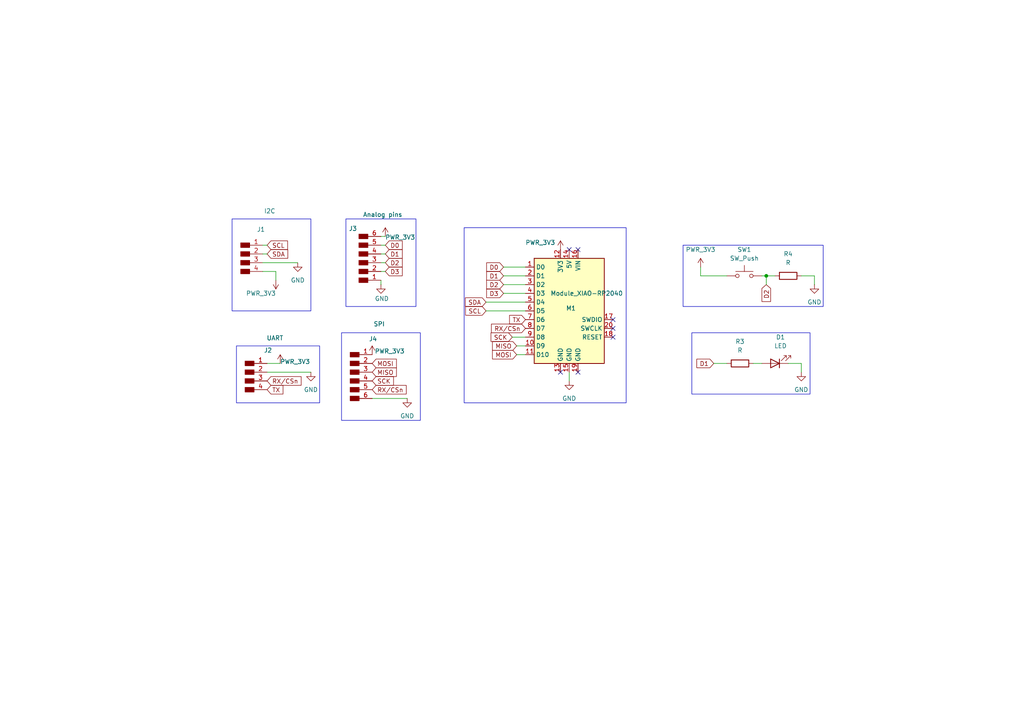
<source format=kicad_sch>
(kicad_sch (version 20231120) (generator "eeschema") (generator_version "8.0")
  (paper "A4")
  (lib_symbols
    (symbol "Device:LED" (pin_numbers hide) (pin_names (offset 1.016) hide)
      (property "Reference" "D" (at 0 2.54 0))
      (property "Value" "LED" (at 0 -2.54 0))
      (symbol "LED_0_1"
        (polyline (pts (xy -1.27 -1.27) (xy -1.27 1.27)) (stroke (width 0.254)))
        (polyline (pts (xy -1.27 0) (xy 1.27 0)))
        (polyline (pts (xy 1.27 -1.27) (xy 1.27 1.27) (xy -1.27 0) (xy 1.27 -1.27)) (stroke (width 0.254)))
        (polyline (pts (xy -3.048 -0.762) (xy -4.572 -2.286) (xy -3.81 -2.286) (xy -4.572 -2.286) (xy -4.572 -1.524)))
        (polyline (pts (xy -1.778 -0.762) (xy -3.302 -2.286) (xy -2.54 -2.286) (xy -3.302 -2.286) (xy -3.302 -1.524)))
      )
      (symbol "LED_1_1"
        (pin passive line (at -3.81 0 0) (length 2.54) (name "K") (number "1"))
        (pin passive line (at 3.81 0 180) (length 2.54) (name "A") (number "2"))
      )
    )
    (symbol "Device:R" (pin_numbers hide) (pin_names (offset 0))
      (property "Reference" "R" (at 2.032 0 90))
      (property "Value" "R" (at 0 0 90))
      (symbol "R_0_1"
        (rectangle (start -1.016 -2.54) (end 1.016 2.54) (stroke (width 0.254)))
      )
      (symbol "R_1_1"
        (pin passive line (at 0 3.81 270) (length 1.27) (name "~") (number "1"))
        (pin passive line (at 0 -3.81 90) (length 1.27) (name "~") (number "2"))
      )
    )
    (symbol "Switch:SW_Push" (pin_numbers hide) (pin_names (offset 1.016) hide)
      (property "Reference" "SW" (at 1.27 2.54 0))
      (property "Value" "SW_Push" (at 0 -1.524 0))
      (symbol "SW_Push_0_1"
        (circle (center -2.032 0) (radius 0.508))
        (polyline (pts (xy 0 1.27) (xy 0 3.048)))
        (polyline (pts (xy 2.54 1.27) (xy -2.54 1.27)))
        (circle (center 2.032 0) (radius 0.508))
        (pin passive line (at -5.08 0 0) (length 2.54) (name "1") (number "1"))
        (pin passive line (at 5.08 0 180) (length 2.54) (name "2") (number "2"))
      )
    )
    (symbol "fab:Module_XIAO-RP2040"
      (property "Reference" "M" (at -10.16 16.51 0))
      (property "Value" "Module_XIAO-RP2040" (at 3.81 16.51 0))
      (symbol "Module_XIAO-RP2040_1_1"
        (rectangle (start -10.16 15.24) (end 10.16 -15.24) (stroke (width 0.254)) (fill (type background)))
        (pin bidirectional line (at -12.7 12.7 0) (length 2.54) (name "D0") (number "1"))
        (pin bidirectional line (at -12.7 -10.16 0) (length 2.54) (name "D9") (number "10"))
        (pin bidirectional line (at -12.7 -12.7 0) (length 2.54) (name "D10") (number "11"))
        (pin power_in line (at -2.54 17.78 270) (length 2.54) (name "3V3") (number "12"))
        (pin power_in line (at -2.54 -17.78 90) (length 2.54) (name "GND") (number "13"))
        (pin power_in line (at 0 17.78 270) (length 2.54) (name "5V") (number "14"))
        (pin power_in line (at 0 -17.78 90) (length 2.54) (name "GND") (number "15"))
        (pin power_in line (at 2.54 17.78 270) (length 2.54) (name "VIN") (number "16"))
        (pin bidirectional line (at 12.7 -2.54 180) (length 2.54) (name "SWDIO") (number "17"))
        (pin input line (at 12.7 -7.62 180) (length 2.54) (name "RESET") (number "18"))
        (pin power_in line (at 2.54 -17.78 90) (length 2.54) (name "GND") (number "19"))
        (pin bidirectional line (at -12.7 10.16 0) (length 2.54) (name "D1") (number "2"))
        (pin input line (at 12.7 -5.08 180) (length 2.54) (name "SWCLK") (number "20"))
        (pin bidirectional line (at -12.7 7.62 0) (length 2.54) (name "D2") (number "3"))
        (pin bidirectional line (at -12.7 5.08 0) (length 2.54) (name "D3") (number "4"))
        (pin bidirectional line (at -12.7 2.54 0) (length 2.54) (name "D4") (number "5"))
        (pin bidirectional line (at -12.7 0 0) (length 2.54) (name "D5") (number "6"))
        (pin bidirectional line (at -12.7 -2.54 0) (length 2.54) (name "D6") (number "7"))
        (pin bidirectional line (at -12.7 -5.08 0) (length 2.54) (name "D7") (number "8"))
        (pin bidirectional line (at -12.7 -7.62 0) (length 2.54) (name "D8") (number "9"))
      )
    )
    (symbol "fab:PWR_3V3" (power) (pin_names (offset 0))
      (property "Value" "PWR_3V3" (at 0 3.556 0))
      (symbol "PWR_3V3_0_1"
        (polyline (pts (xy -0.762 1.27) (xy 0 2.54)))
        (polyline (pts (xy 0 0) (xy 0 2.54)))
        (polyline (pts (xy 0 2.54) (xy 0.762 1.27)))
      )
      (symbol "PWR_3V3_1_1"
        (pin power_in line (at 0 0 90) (length 0) hide (name "PWR_3V3") (number "1"))
      )
    )
    (symbol "fab:PinHeader_01x04_P2.54mm_Horizontal_SMD" (pin_names hide)
      (property "Reference" "J" (at 0 5.08 0))
      (property "Value" "PinHeader_01x04_P2.54mm_Horizontal_SMD" (at 0 -7.62 0))
      (symbol "PinHeader_01x04_P2.54mm_Horizontal_SMD_1_1"
        (rectangle (start -1.27 -4.445) (end 1.27 -5.715) (stroke (width 0.254)) (fill (type outline)))
        (rectangle (start -1.27 -1.905) (end 1.27 -3.175) (stroke (width 0.254)) (fill (type outline)))
        (rectangle (start -1.27 0.635) (end 1.27 -0.635) (stroke (width 0.254)) (fill (type outline)))
        (rectangle (start -1.27 3.175) (end 1.27 1.905) (stroke (width 0.254)) (fill (type outline)))
        (pin passive line (at 5.08 2.54 180) (length 3.81) (name "Pin_1") (number "1"))
        (pin passive line (at 5.08 0 180) (length 3.81) (name "Pin_2") (number "2"))
        (pin passive line (at 5.08 -2.54 180) (length 3.81) (name "Pin_3") (number "3"))
        (pin passive line (at 5.08 -5.08 180) (length 3.81) (name "Pin_4") (number "4"))
      )
    )
    (symbol "fab:PinHeader_01x06_P2.54mm_Horizontal_SMD" (pin_names hide)
      (property "Reference" "J" (at 0 7.62 0))
      (property "Value" "PinHeader_01x06_P2.54mm_Horizontal_SMD" (at 0 -10.16 0))
      (symbol "PinHeader_01x06_P2.54mm_Horizontal_SMD_1_1"
        (rectangle (start -1.27 -6.985) (end 1.27 -8.255) (stroke (width 0.254)) (fill (type outline)))
        (rectangle (start -1.27 -4.445) (end 1.27 -5.715) (stroke (width 0.254)) (fill (type outline)))
        (rectangle (start -1.27 -1.905) (end 1.27 -3.175) (stroke (width 0.254)) (fill (type outline)))
        (rectangle (start -1.27 0.635) (end 1.27 -0.635) (stroke (width 0.254)) (fill (type outline)))
        (rectangle (start -1.27 3.175) (end 1.27 1.905) (stroke (width 0.254)) (fill (type outline)))
        (rectangle (start -1.27 5.715) (end 1.27 4.445) (stroke (width 0.254)) (fill (type outline)))
        (pin passive line (at 5.08 5.08 180) (length 3.81) (name "Pin_1") (number "1"))
        (pin passive line (at 5.08 2.54 180) (length 3.81) (name "Pin_2") (number "2"))
        (pin passive line (at 5.08 0 180) (length 3.81) (name "Pin_3") (number "3"))
        (pin passive line (at 5.08 -2.54 180) (length 3.81) (name "Pin_4") (number "4"))
        (pin passive line (at 5.08 -5.08 180) (length 3.81) (name "Pin_5") (number "5"))
        (pin passive line (at 5.08 -7.62 180) (length 3.81) (name "Pin_6") (number "6"))
      )
    )
    (symbol "power:GND" (power) (pin_numbers hide) (pin_names (offset 0) hide)
      (property "Value" "GND" (at 0 -3.81 0))
      (symbol "GND_0_1"
        (polyline (pts (xy 0 0) (xy 0 -1.27) (xy 1.27 -1.27) (xy 0 -2.54) (xy -1.27 -1.27) (xy 0 -1.27)))
      )
      (symbol "GND_1_1"
        (pin power_in line (at 0 0 270) (length 0) (name "~") (number "1"))
      )
    )
  )
  (junction (at 222.25 80.01))
  (no_connect (at 177.8 95.25))
  (no_connect (at 165.1 72.39))
  (no_connect (at 167.64 107.95))
  (no_connect (at 177.8 97.79))
  (no_connect (at 167.64 72.39))
  (no_connect (at 162.56 107.95))
  (no_connect (at 177.8 92.71))
  (wire (pts (xy 146.05 80.01) (xy 152.4 80.01)))
  (wire (pts (xy 222.25 80.01) (xy 220.98 80.01)))
  (wire (pts (xy 110.49 71.12) (xy 111.76 71.12)))
  (wire (pts (xy 203.2 77.47) (xy 203.2 80.01)))
  (wire (pts (xy 110.49 81.28) (xy 110.49 82.55)))
  (wire (pts (xy 232.41 107.95) (xy 232.41 105.41)))
  (wire (pts (xy 76.2 76.2) (xy 86.36 76.2)))
  (wire (pts (xy 140.97 90.17) (xy 152.4 90.17)))
  (wire (pts (xy 210.82 80.01) (xy 203.2 80.01)))
  (wire (pts (xy 146.05 85.09) (xy 152.4 85.09)))
  (wire (pts (xy 148.59 97.79) (xy 152.4 97.79)))
  (wire (pts (xy 207.01 105.41) (xy 210.82 105.41)))
  (wire (pts (xy 149.86 102.87) (xy 152.4 102.87)))
  (wire (pts (xy 146.05 82.55) (xy 152.4 82.55)))
  (wire (pts (xy 110.49 78.74) (xy 111.76 78.74)))
  (wire (pts (xy 222.25 82.55) (xy 222.25 80.01)))
  (wire (pts (xy 222.25 80.01) (xy 224.79 80.01)))
  (wire (pts (xy 149.86 100.33) (xy 152.4 100.33)))
  (wire (pts (xy 110.49 73.66) (xy 111.76 73.66)))
  (wire (pts (xy 76.2 71.12) (xy 77.47 71.12)))
  (wire (pts (xy 77.47 107.95) (xy 90.17 107.95)))
  (wire (pts (xy 218.44 105.41) (xy 220.98 105.41)))
  (wire (pts (xy 146.05 77.47) (xy 152.4 77.47)))
  (wire (pts (xy 77.47 105.41) (xy 81.28 105.41)))
  (wire (pts (xy 76.2 73.66) (xy 77.47 73.66)))
  (wire (pts (xy 140.97 87.63) (xy 152.4 87.63)))
  (wire (pts (xy 228.6 105.41) (xy 232.41 105.41)))
  (wire (pts (xy 107.95 115.57) (xy 118.11 115.57)))
  (wire (pts (xy 165.1 107.95) (xy 165.1 110.49)))
  (wire (pts (xy 80.01 78.74) (xy 80.01 81.28)))
  (wire (pts (xy 110.49 68.58) (xy 111.76 68.58)))
  (wire (pts (xy 236.22 80.01) (xy 236.22 82.55)))
  (wire (pts (xy 232.41 80.01) (xy 236.22 80.01)))
  (wire (pts (xy 76.2 78.74) (xy 80.01 78.74)))
  (wire (pts (xy 110.49 76.2) (xy 111.76 76.2)))
  (rectangle (start 67.31 63.5) (end 90.17 90.17))
  (rectangle (start 68.58 100.33) (end 92.71 116.84))
  (rectangle (start 134.62 66.04) (end 181.61 116.84))
  (rectangle (start 200.66 96.52) (end 234.95 114.3))
  (rectangle (start 100.33 63.5) (end 120.65 88.9))
  (rectangle (start 198.12 71.12) (end 238.76 88.9))
  (rectangle (start 99.06 96.52) (end 121.92 121.92))
  (global_label "D2" (shape input) (at 111.76 76.2 0) (property "Intersheetrefs" "${INTERSHEET_REFS}" (effects (hide yes))))
  (global_label "MISO" (shape input) (at 107.95 107.95 0) (property "Intersheetrefs" "${INTERSHEET_REFS}" (effects (hide yes))))
  (global_label "D2" (shape input) (at 222.25 82.55 270) (property "Intersheetrefs" "${INTERSHEET_REFS}" (effects (hide yes))))
  (global_label "MOSI" (shape input) (at 107.95 105.41 0) (property "Intersheetrefs" "${INTERSHEET_REFS}" (effects (hide yes))))
  (global_label "D2" (shape input) (at 146.05 82.55 180) (property "Intersheetrefs" "${INTERSHEET_REFS}" (effects (hide yes))))
  (global_label "RX{slash}CSn" (shape input) (at 77.47 110.49 0) (property "Intersheetrefs" "${INTERSHEET_REFS}" (effects (hide yes))))
  (global_label "TX" (shape input) (at 152.4 92.71 180) (property "Intersheetrefs" "${INTERSHEET_REFS}" (effects (hide yes))))
  (global_label "D1" (shape input) (at 111.76 73.66 0) (property "Intersheetrefs" "${INTERSHEET_REFS}" (effects (hide yes))))
  (global_label "D3" (shape input) (at 111.76 78.74 0) (property "Intersheetrefs" "${INTERSHEET_REFS}" (effects (hide yes))))
  (global_label "TX" (shape input) (at 77.47 113.03 0) (property "Intersheetrefs" "${INTERSHEET_REFS}" (effects (hide yes))))
  (global_label "D1" (shape input) (at 146.05 80.01 180) (property "Intersheetrefs" "${INTERSHEET_REFS}" (effects (hide yes))))
  (global_label "SCK" (shape input) (at 148.59 97.79 180) (property "Intersheetrefs" "${INTERSHEET_REFS}" (effects (hide yes))))
  (global_label "D0" (shape input) (at 111.76 71.12 0) (property "Intersheetrefs" "${INTERSHEET_REFS}" (effects (hide yes))))
  (global_label "RX{slash}CSn" (shape input) (at 107.95 113.03 0) (property "Intersheetrefs" "${INTERSHEET_REFS}" (effects (hide yes))))
  (global_label "SDA" (shape input) (at 77.47 73.66 0) (property "Intersheetrefs" "${INTERSHEET_REFS}" (effects (hide yes))))
  (global_label "SCL" (shape input) (at 140.97 90.17 180) (property "Intersheetrefs" "${INTERSHEET_REFS}" (effects (hide yes))))
  (global_label "RX{slash}CSn" (shape input) (at 152.4 95.25 180) (property "Intersheetrefs" "${INTERSHEET_REFS}" (effects (hide yes))))
  (global_label "SCL" (shape input) (at 77.47 71.12 0) (property "Intersheetrefs" "${INTERSHEET_REFS}" (effects (hide yes))))
  (global_label "D3" (shape input) (at 146.05 85.09 180) (property "Intersheetrefs" "${INTERSHEET_REFS}" (effects (hide yes))))
  (global_label "D1" (shape input) (at 207.01 105.41 180) (property "Intersheetrefs" "${INTERSHEET_REFS}" (effects (hide yes))))
  (global_label "MISO" (shape input) (at 149.86 100.33 180) (property "Intersheetrefs" "${INTERSHEET_REFS}" (effects (hide yes))))
  (global_label "SDA" (shape input) (at 140.97 87.63 180) (property "Intersheetrefs" "${INTERSHEET_REFS}" (effects (hide yes))))
  (global_label "SCK" (shape input) (at 107.95 110.49 0) (property "Intersheetrefs" "${INTERSHEET_REFS}" (effects (hide yes))))
  (global_label "MOSI" (shape input) (at 149.86 102.87 180) (property "Intersheetrefs" "${INTERSHEET_REFS}" (effects (hide yes))))
  (global_label "D0" (shape input) (at 146.05 77.47 180) (property "Intersheetrefs" "${INTERSHEET_REFS}" (effects (hide yes))))
  (symbol (lib_id "Device:R") (at 228.6 80.01 90) (unit 1)
    (property "Reference" "R4" (at 228.6 73.66 90))
    (property "Value" "R" (at 228.6 76.2 90))
    (property "Footprint" "fab-foot:R_1206" (effects (hide yes)))
    (property "Description" "Resistor" (effects (hide yes)))
  )
  (symbol (lib_id "power:GND") (at 118.11 115.57 0) (unit 1)
    (property "Reference" "#PWR08" (effects (hide yes)))
    (property "Value" "GND" (at 118.11 120.65 0))
    (property "Description" "Power symbol creates a global label with name \"GND\" , ground" (effects (hide yes)))
  )
  (symbol (lib_id "fab:PWR_3V3") (at 80.01 81.28 180) (unit 1)
    (property "Reference" "#PWR01" (effects (hide yes)))
    (property "Value" "PWR_3V3" (at 75.692 85.09 0))
    (property "Description" "Power symbol creates a global label with name \"+3V3\"" (effects (hide yes)))
  )
  (symbol (lib_id "power:GND") (at 86.36 76.2 0) (unit 1)
    (property "Reference" "#PWR03" (effects (hide yes)))
    (property "Value" "GND" (at 86.36 81.28 0))
    (property "Description" "Power symbol creates a global label with name \"GND\" , ground" (effects (hide yes)))
  )
  (symbol (lib_id "power:GND") (at 110.49 82.55 0) (unit 1)
    (property "Reference" "#PWR05" (effects (hide yes)))
    (property "Value" "GND" (at 110.744 86.614 0))
    (property "Description" "Power symbol creates a global label with name \"GND\" , ground" (effects (hide yes)))
  )
  (symbol (lib_id "power:GND") (at 236.22 82.55 0) (unit 1)
    (property "Reference" "#PWR013" (effects (hide yes)))
    (property "Value" "GND" (at 236.22 87.63 0))
    (property "Description" "Power symbol creates a global label with name \"GND\" , ground" (effects (hide yes)))
  )
  (symbol (lib_id "fab:PWR_3V3") (at 203.2 77.47 0) (unit 1)
    (property "Reference" "#PWR011" (effects (hide yes)))
    (property "Value" "PWR_3V3" (at 203.2 72.39 0))
    (property "Description" "Power symbol creates a global label with name \"+3V3\"" (effects (hide yes)))
  )
  (symbol (lib_id "Switch:SW_Push") (at 215.9 80.01 0) (unit 1)
    (property "Reference" "SW1" (at 215.9 72.39 0))
    (property "Value" "SW_Push" (at 215.9 74.93 0))
    (property "Footprint" "Button_Switch_SMD:SW_DIP_SPSTx01_Slide_6.7x4.1mm_W6.73mm_P2.54mm_LowProfile_JPin" (effects (hide yes)))
    (property "Description" "Push button switch, generic, two pins" (effects (hide yes)))
  )
  (symbol (lib_id "power:GND") (at 165.1 110.49 0) (unit 1)
    (property "Reference" "#PWR010" (effects (hide yes)))
    (property "Value" "GND" (at 165.1 115.57 0))
    (property "Description" "Power symbol creates a global label with name \"GND\" , ground" (effects (hide yes)))
  )
  (symbol (lib_id "Device:R") (at 214.63 105.41 90) (unit 1)
    (property "Reference" "R3" (at 214.63 99.06 90))
    (property "Value" "R" (at 214.63 101.6 90))
    (property "Footprint" "fab-foot:R_1206" (effects (hide yes)))
    (property "Description" "Resistor" (effects (hide yes)))
  )
  (symbol (lib_id "fab:PWR_3V3") (at 107.95 102.87 0) (unit 1)
    (property "Reference" "#PWR07" (effects (hide yes)))
    (property "Value" "PWR_3V3" (at 113.03 101.854 0))
    (property "Description" "Power symbol creates a global label with name \"+3V3\"" (effects (hide yes)))
  )
  (symbol (lib_id "fab:PWR_3V3") (at 111.76 68.58 0) (unit 1)
    (property "Reference" "#PWR06" (effects (hide yes)))
    (property "Value" "PWR_3V3" (at 116.078 68.834 0))
    (property "Description" "Power symbol creates a global label with name \"+3V3\"" (effects (hide yes)))
  )
  (symbol (lib_id "Device:LED") (at 224.79 105.41 180) (unit 1)
    (property "Reference" "D1" (at 226.3775 97.79 0))
    (property "Value" "LED" (at 226.3775 100.33 0))
    (property "Footprint" "fab-foot:LED_1206" (effects (hide yes)))
    (property "Description" "Light emitting diode" (effects (hide yes)))
  )
  (symbol (lib_id "fab:Module_XIAO-RP2040") (at 165.1 90.17 0) (unit 1)
    (property "Reference" "M1" (at 165.608 89.408 0))
    (property "Value" "Module_XIAO-RP2040" (at 170.18 85.09 0))
    (property "Footprint" "fab-foot:SeeedStudio_XIAO_RP2040" (effects (hide yes)))
    (property "Datasheet" "https://wiki.seeedstudio.com/XIAO-RP2040/" (effects (hide yes)))
    (property "Description" "RP2040 XIAO RP2040 - ARM® Dual-Core Cortex®-M0+ MCU 32-Bit Embedded Evaluation Board" (effects (hide yes)))
  )
  (symbol (lib_id "fab:PWR_3V3") (at 162.56 72.39 0) (unit 1)
    (property "Reference" "#PWR09" (effects (hide yes)))
    (property "Value" "PWR_3V3" (at 156.718 70.358 0))
    (property "Description" "Power symbol creates a global label with name \"+3V3\"" (effects (hide yes)))
  )
  (symbol (lib_id "fab:PinHeader_01x06_P2.54mm_Horizontal_SMD") (at 105.41 76.2 0) (mirror x) (unit 1)
    (property "Reference" "J3" (at 102.362 66.294 0))
    (property "Value" "Analog pins" (at 110.998 62.23 0))
    (property "Footprint" "fab-foot:PinHeader_01x06_P2.54mm_Horizontal_SMD" (effects (hide yes)))
    (property "Datasheet" "https://gct.co/files/specs/2.54mm-socket-spec.pdf" (effects (hide yes)))
    (property "Description" "Male connector, single row" (effects (hide yes)))
  )
  (symbol (lib_id "power:GND") (at 90.17 107.95 0) (unit 1)
    (property "Reference" "#PWR04" (effects (hide yes)))
    (property "Value" "GND" (at 90.17 113.03 0))
    (property "Description" "Power symbol creates a global label with name \"GND\" , ground" (effects (hide yes)))
  )
  (symbol (lib_id "fab:PinHeader_01x04_P2.54mm_Horizontal_SMD") (at 72.39 107.95 0) (unit 1)
    (property "Reference" "J2" (at 77.724 101.6 0))
    (property "Value" "UART" (at 79.756 98.044 0))
    (property "Footprint" "fab-foot:PinHeader_01x04_P2.54mm_Horizontal_SMD" (effects (hide yes)))
    (property "Description" "Male connector, single row" (effects (hide yes)))
  )
  (symbol (lib_id "fab:PWR_3V3") (at 81.28 105.41 0) (unit 1)
    (property "Reference" "#PWR02" (effects (hide yes)))
    (property "Value" "PWR_3V3" (at 85.598 104.902 0))
    (property "Description" "Power symbol creates a global label with name \"+3V3\"" (effects (hide yes)))
  )
  (symbol (lib_id "fab:PinHeader_01x04_P2.54mm_Horizontal_SMD") (at 71.12 73.66 0) (unit 1)
    (property "Reference" "J1" (at 75.692 66.548 0))
    (property "Value" "I2C" (at 78.232 61.214 0))
    (property "Footprint" "fab-foot:PinHeader_01x04_P2.54mm_Horizontal_SMD" (effects (hide yes)))
    (property "Description" "Male connector, single row" (effects (hide yes)))
  )
  (symbol (lib_id "fab:PinHeader_01x06_P2.54mm_Horizontal_SMD") (at 102.87 107.95 0) (unit 1)
    (property "Reference" "J4" (at 108.204 98.298 0))
    (property "Value" "SPI" (at 109.982 93.98 0))
    (property "Footprint" "fab-foot:PinHeader_01x06_P2.54mm_Horizontal_SMD" (effects (hide yes)))
    (property "Datasheet" "https://gct.co/files/specs/2.54mm-socket-spec.pdf" (effects (hide yes)))
    (property "Description" "Male connector, single row" (effects (hide yes)))
  )
  (symbol (lib_id "power:GND") (at 232.41 107.95 0) (unit 1)
    (property "Reference" "#PWR012" (effects (hide yes)))
    (property "Value" "GND" (at 232.41 113.03 0))
    (property "Description" "Power symbol creates a global label with name \"GND\" , ground" (effects (hide yes)))
  )
)
</source>
